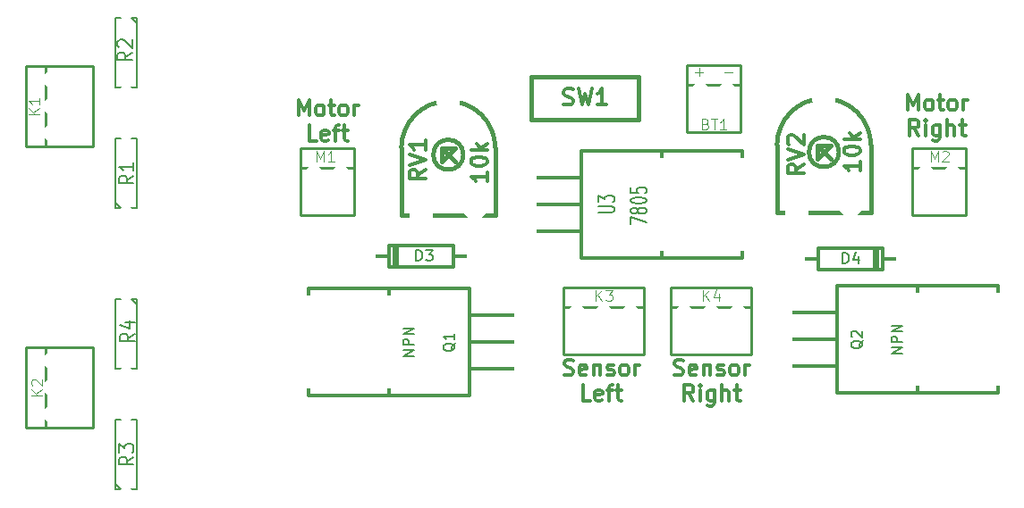
<source format=gto>
G04 (created by PCBNEW (2013-07-07 BZR 4022)-stable) date 1/3/2014 7:24:35 AM*
%MOIN*%
G04 Gerber Fmt 3.4, Leading zero omitted, Abs format*
%FSLAX34Y34*%
G01*
G70*
G90*
G04 APERTURE LIST*
%ADD10C,0.00590551*%
%ADD11C,0.011811*%
%ADD12C,0.012*%
%ADD13C,0.008*%
%ADD14C,0.015*%
%ADD15C,0.01*%
%ADD16C,0.0125*%
%ADD17C,0.0035*%
%ADD18R,0.07X0.07*%
%ADD19C,0.07*%
%ADD20R,0.35X0.35*%
%ADD21C,0.055*%
%ADD22C,0.0882*%
%ADD23R,0.0882X0.0882*%
%ADD24O,0.0593X0.1187*%
%ADD25O,0.1187X0.0593*%
%ADD26C,0.066*%
%ADD27R,0.06X0.06*%
%ADD28C,0.06*%
G04 APERTURE END LIST*
G54D10*
G54D11*
X16917Y-11839D02*
X16917Y-11248D01*
X17114Y-11670D01*
X17311Y-11248D01*
X17311Y-11839D01*
X17676Y-11839D02*
X17620Y-11810D01*
X17592Y-11782D01*
X17564Y-11726D01*
X17564Y-11557D01*
X17592Y-11501D01*
X17620Y-11473D01*
X17676Y-11445D01*
X17760Y-11445D01*
X17817Y-11473D01*
X17845Y-11501D01*
X17873Y-11557D01*
X17873Y-11726D01*
X17845Y-11782D01*
X17817Y-11810D01*
X17760Y-11839D01*
X17676Y-11839D01*
X18042Y-11445D02*
X18267Y-11445D01*
X18126Y-11248D02*
X18126Y-11754D01*
X18154Y-11810D01*
X18210Y-11839D01*
X18267Y-11839D01*
X18548Y-11839D02*
X18492Y-11810D01*
X18464Y-11782D01*
X18435Y-11726D01*
X18435Y-11557D01*
X18464Y-11501D01*
X18492Y-11473D01*
X18548Y-11445D01*
X18632Y-11445D01*
X18688Y-11473D01*
X18717Y-11501D01*
X18745Y-11557D01*
X18745Y-11726D01*
X18717Y-11782D01*
X18688Y-11810D01*
X18632Y-11839D01*
X18548Y-11839D01*
X18998Y-11839D02*
X18998Y-11445D01*
X18998Y-11557D02*
X19026Y-11501D01*
X19054Y-11473D01*
X19110Y-11445D01*
X19167Y-11445D01*
X17592Y-12783D02*
X17311Y-12783D01*
X17311Y-12193D01*
X18014Y-12755D02*
X17957Y-12783D01*
X17845Y-12783D01*
X17789Y-12755D01*
X17760Y-12699D01*
X17760Y-12474D01*
X17789Y-12418D01*
X17845Y-12390D01*
X17957Y-12390D01*
X18014Y-12418D01*
X18042Y-12474D01*
X18042Y-12530D01*
X17760Y-12587D01*
X18210Y-12390D02*
X18435Y-12390D01*
X18295Y-12783D02*
X18295Y-12277D01*
X18323Y-12221D01*
X18379Y-12193D01*
X18435Y-12193D01*
X18548Y-12390D02*
X18773Y-12390D01*
X18632Y-12193D02*
X18632Y-12699D01*
X18660Y-12755D01*
X18717Y-12783D01*
X18773Y-12783D01*
X26822Y-21510D02*
X26906Y-21539D01*
X27047Y-21539D01*
X27103Y-21510D01*
X27131Y-21482D01*
X27159Y-21426D01*
X27159Y-21370D01*
X27131Y-21314D01*
X27103Y-21285D01*
X27047Y-21257D01*
X26934Y-21229D01*
X26878Y-21201D01*
X26850Y-21173D01*
X26822Y-21117D01*
X26822Y-21060D01*
X26850Y-21004D01*
X26878Y-20976D01*
X26934Y-20948D01*
X27075Y-20948D01*
X27159Y-20976D01*
X27637Y-21510D02*
X27581Y-21539D01*
X27468Y-21539D01*
X27412Y-21510D01*
X27384Y-21454D01*
X27384Y-21229D01*
X27412Y-21173D01*
X27468Y-21145D01*
X27581Y-21145D01*
X27637Y-21173D01*
X27665Y-21229D01*
X27665Y-21285D01*
X27384Y-21342D01*
X27918Y-21145D02*
X27918Y-21539D01*
X27918Y-21201D02*
X27946Y-21173D01*
X28003Y-21145D01*
X28087Y-21145D01*
X28143Y-21173D01*
X28171Y-21229D01*
X28171Y-21539D01*
X28424Y-21510D02*
X28481Y-21539D01*
X28593Y-21539D01*
X28649Y-21510D01*
X28678Y-21454D01*
X28678Y-21426D01*
X28649Y-21370D01*
X28593Y-21342D01*
X28509Y-21342D01*
X28453Y-21314D01*
X28424Y-21257D01*
X28424Y-21229D01*
X28453Y-21173D01*
X28509Y-21145D01*
X28593Y-21145D01*
X28649Y-21173D01*
X29015Y-21539D02*
X28959Y-21510D01*
X28931Y-21482D01*
X28903Y-21426D01*
X28903Y-21257D01*
X28931Y-21201D01*
X28959Y-21173D01*
X29015Y-21145D01*
X29099Y-21145D01*
X29156Y-21173D01*
X29184Y-21201D01*
X29212Y-21257D01*
X29212Y-21426D01*
X29184Y-21482D01*
X29156Y-21510D01*
X29099Y-21539D01*
X29015Y-21539D01*
X29465Y-21539D02*
X29465Y-21145D01*
X29465Y-21257D02*
X29493Y-21201D01*
X29521Y-21173D01*
X29577Y-21145D01*
X29634Y-21145D01*
X27792Y-22483D02*
X27511Y-22483D01*
X27511Y-21893D01*
X28214Y-22455D02*
X28157Y-22483D01*
X28045Y-22483D01*
X27989Y-22455D01*
X27960Y-22399D01*
X27960Y-22174D01*
X27989Y-22118D01*
X28045Y-22090D01*
X28157Y-22090D01*
X28214Y-22118D01*
X28242Y-22174D01*
X28242Y-22230D01*
X27960Y-22287D01*
X28410Y-22090D02*
X28635Y-22090D01*
X28495Y-22483D02*
X28495Y-21977D01*
X28523Y-21921D01*
X28579Y-21893D01*
X28635Y-21893D01*
X28748Y-22090D02*
X28973Y-22090D01*
X28832Y-21893D02*
X28832Y-22399D01*
X28860Y-22455D01*
X28917Y-22483D01*
X28973Y-22483D01*
X30922Y-21510D02*
X31006Y-21539D01*
X31147Y-21539D01*
X31203Y-21510D01*
X31231Y-21482D01*
X31259Y-21426D01*
X31259Y-21370D01*
X31231Y-21314D01*
X31203Y-21285D01*
X31147Y-21257D01*
X31034Y-21229D01*
X30978Y-21201D01*
X30950Y-21173D01*
X30922Y-21117D01*
X30922Y-21060D01*
X30950Y-21004D01*
X30978Y-20976D01*
X31034Y-20948D01*
X31175Y-20948D01*
X31259Y-20976D01*
X31737Y-21510D02*
X31681Y-21539D01*
X31568Y-21539D01*
X31512Y-21510D01*
X31484Y-21454D01*
X31484Y-21229D01*
X31512Y-21173D01*
X31568Y-21145D01*
X31681Y-21145D01*
X31737Y-21173D01*
X31765Y-21229D01*
X31765Y-21285D01*
X31484Y-21342D01*
X32018Y-21145D02*
X32018Y-21539D01*
X32018Y-21201D02*
X32046Y-21173D01*
X32103Y-21145D01*
X32187Y-21145D01*
X32243Y-21173D01*
X32271Y-21229D01*
X32271Y-21539D01*
X32524Y-21510D02*
X32581Y-21539D01*
X32693Y-21539D01*
X32749Y-21510D01*
X32778Y-21454D01*
X32778Y-21426D01*
X32749Y-21370D01*
X32693Y-21342D01*
X32609Y-21342D01*
X32553Y-21314D01*
X32524Y-21257D01*
X32524Y-21229D01*
X32553Y-21173D01*
X32609Y-21145D01*
X32693Y-21145D01*
X32749Y-21173D01*
X33115Y-21539D02*
X33059Y-21510D01*
X33031Y-21482D01*
X33003Y-21426D01*
X33003Y-21257D01*
X33031Y-21201D01*
X33059Y-21173D01*
X33115Y-21145D01*
X33199Y-21145D01*
X33256Y-21173D01*
X33284Y-21201D01*
X33312Y-21257D01*
X33312Y-21426D01*
X33284Y-21482D01*
X33256Y-21510D01*
X33199Y-21539D01*
X33115Y-21539D01*
X33565Y-21539D02*
X33565Y-21145D01*
X33565Y-21257D02*
X33593Y-21201D01*
X33621Y-21173D01*
X33677Y-21145D01*
X33734Y-21145D01*
X31639Y-22483D02*
X31442Y-22202D01*
X31301Y-22483D02*
X31301Y-21893D01*
X31526Y-21893D01*
X31582Y-21921D01*
X31611Y-21949D01*
X31639Y-22005D01*
X31639Y-22090D01*
X31611Y-22146D01*
X31582Y-22174D01*
X31526Y-22202D01*
X31301Y-22202D01*
X31892Y-22483D02*
X31892Y-22090D01*
X31892Y-21893D02*
X31864Y-21921D01*
X31892Y-21949D01*
X31920Y-21921D01*
X31892Y-21893D01*
X31892Y-21949D01*
X32426Y-22090D02*
X32426Y-22568D01*
X32398Y-22624D01*
X32370Y-22652D01*
X32314Y-22680D01*
X32229Y-22680D01*
X32173Y-22652D01*
X32426Y-22455D02*
X32370Y-22483D01*
X32257Y-22483D01*
X32201Y-22455D01*
X32173Y-22427D01*
X32145Y-22371D01*
X32145Y-22202D01*
X32173Y-22146D01*
X32201Y-22118D01*
X32257Y-22090D01*
X32370Y-22090D01*
X32426Y-22118D01*
X32707Y-22483D02*
X32707Y-21893D01*
X32960Y-22483D02*
X32960Y-22174D01*
X32932Y-22118D01*
X32876Y-22090D01*
X32792Y-22090D01*
X32735Y-22118D01*
X32707Y-22146D01*
X33157Y-22090D02*
X33382Y-22090D01*
X33242Y-21893D02*
X33242Y-22399D01*
X33270Y-22455D01*
X33326Y-22483D01*
X33382Y-22483D01*
X39617Y-11639D02*
X39617Y-11048D01*
X39814Y-11470D01*
X40011Y-11048D01*
X40011Y-11639D01*
X40376Y-11639D02*
X40320Y-11610D01*
X40292Y-11582D01*
X40264Y-11526D01*
X40264Y-11357D01*
X40292Y-11301D01*
X40320Y-11273D01*
X40376Y-11245D01*
X40460Y-11245D01*
X40517Y-11273D01*
X40545Y-11301D01*
X40573Y-11357D01*
X40573Y-11526D01*
X40545Y-11582D01*
X40517Y-11610D01*
X40460Y-11639D01*
X40376Y-11639D01*
X40742Y-11245D02*
X40967Y-11245D01*
X40826Y-11048D02*
X40826Y-11554D01*
X40854Y-11610D01*
X40910Y-11639D01*
X40967Y-11639D01*
X41248Y-11639D02*
X41192Y-11610D01*
X41164Y-11582D01*
X41135Y-11526D01*
X41135Y-11357D01*
X41164Y-11301D01*
X41192Y-11273D01*
X41248Y-11245D01*
X41332Y-11245D01*
X41388Y-11273D01*
X41417Y-11301D01*
X41445Y-11357D01*
X41445Y-11526D01*
X41417Y-11582D01*
X41388Y-11610D01*
X41332Y-11639D01*
X41248Y-11639D01*
X41698Y-11639D02*
X41698Y-11245D01*
X41698Y-11357D02*
X41726Y-11301D01*
X41754Y-11273D01*
X41810Y-11245D01*
X41867Y-11245D01*
X40039Y-12583D02*
X39842Y-12302D01*
X39701Y-12583D02*
X39701Y-11993D01*
X39926Y-11993D01*
X39982Y-12021D01*
X40011Y-12049D01*
X40039Y-12105D01*
X40039Y-12190D01*
X40011Y-12246D01*
X39982Y-12274D01*
X39926Y-12302D01*
X39701Y-12302D01*
X40292Y-12583D02*
X40292Y-12190D01*
X40292Y-11993D02*
X40264Y-12021D01*
X40292Y-12049D01*
X40320Y-12021D01*
X40292Y-11993D01*
X40292Y-12049D01*
X40826Y-12190D02*
X40826Y-12668D01*
X40798Y-12724D01*
X40770Y-12752D01*
X40714Y-12780D01*
X40629Y-12780D01*
X40573Y-12752D01*
X40826Y-12555D02*
X40770Y-12583D01*
X40657Y-12583D01*
X40601Y-12555D01*
X40573Y-12527D01*
X40545Y-12471D01*
X40545Y-12302D01*
X40573Y-12246D01*
X40601Y-12218D01*
X40657Y-12190D01*
X40770Y-12190D01*
X40826Y-12218D01*
X41107Y-12583D02*
X41107Y-11993D01*
X41360Y-12583D02*
X41360Y-12274D01*
X41332Y-12218D01*
X41276Y-12190D01*
X41192Y-12190D01*
X41135Y-12218D01*
X41107Y-12246D01*
X41557Y-12190D02*
X41782Y-12190D01*
X41642Y-11993D02*
X41642Y-12499D01*
X41670Y-12555D01*
X41726Y-12583D01*
X41782Y-12583D01*
G54D12*
X35000Y-19200D02*
X37000Y-19200D01*
X35000Y-20200D02*
X37000Y-20200D01*
X35000Y-21200D02*
X37000Y-21200D01*
X37000Y-22200D02*
X43000Y-22200D01*
X43000Y-22200D02*
X43000Y-18200D01*
X43000Y-18200D02*
X37000Y-18200D01*
X37000Y-18200D02*
X37000Y-22200D01*
X40000Y-21700D02*
X40000Y-18200D01*
X40000Y-21700D02*
X40000Y-22200D01*
X25300Y-21300D02*
X23300Y-21300D01*
X25300Y-20300D02*
X23300Y-20300D01*
X25300Y-19300D02*
X23300Y-19300D01*
X23300Y-18300D02*
X17300Y-18300D01*
X17300Y-18300D02*
X17300Y-22300D01*
X17300Y-22300D02*
X23300Y-22300D01*
X23300Y-22300D02*
X23300Y-18300D01*
X20300Y-18800D02*
X20300Y-22300D01*
X20300Y-18800D02*
X20300Y-18300D01*
G54D13*
X10500Y-15500D02*
X10500Y-15300D01*
X10500Y-12500D02*
X10500Y-12700D01*
X10500Y-12700D02*
X10100Y-12700D01*
X10100Y-12700D02*
X10100Y-15300D01*
X10100Y-15300D02*
X10900Y-15300D01*
X10900Y-15300D02*
X10900Y-12700D01*
X10900Y-12700D02*
X10500Y-12700D01*
X10300Y-15300D02*
X10100Y-15100D01*
X10500Y-8000D02*
X10500Y-8200D01*
X10500Y-11000D02*
X10500Y-10800D01*
X10500Y-10800D02*
X10900Y-10800D01*
X10900Y-10800D02*
X10900Y-8200D01*
X10900Y-8200D02*
X10100Y-8200D01*
X10100Y-8200D02*
X10100Y-10800D01*
X10100Y-10800D02*
X10500Y-10800D01*
X10700Y-8200D02*
X10900Y-8400D01*
X10500Y-26000D02*
X10500Y-25800D01*
X10500Y-23000D02*
X10500Y-23200D01*
X10500Y-23200D02*
X10100Y-23200D01*
X10100Y-23200D02*
X10100Y-25800D01*
X10100Y-25800D02*
X10900Y-25800D01*
X10900Y-25800D02*
X10900Y-23200D01*
X10900Y-23200D02*
X10500Y-23200D01*
X10300Y-25800D02*
X10100Y-25600D01*
X10500Y-18500D02*
X10500Y-18700D01*
X10500Y-21500D02*
X10500Y-21300D01*
X10500Y-21300D02*
X10900Y-21300D01*
X10900Y-21300D02*
X10900Y-18700D01*
X10900Y-18700D02*
X10100Y-18700D01*
X10100Y-18700D02*
X10100Y-21300D01*
X10100Y-21300D02*
X10500Y-21300D01*
X10700Y-18700D02*
X10900Y-18900D01*
G54D14*
X38250Y-12950D02*
X38250Y-13450D01*
X34750Y-12950D02*
X34750Y-13200D01*
X34750Y-14950D02*
X34750Y-15450D01*
X34750Y-15450D02*
X38250Y-15450D01*
X38250Y-15450D02*
X38250Y-14950D01*
X36250Y-13450D02*
X36250Y-12950D01*
X36250Y-12950D02*
X36750Y-12950D01*
X36250Y-13450D02*
X36750Y-12950D01*
X34750Y-13450D02*
X34750Y-13200D01*
X36750Y-13450D02*
X36250Y-12950D01*
X37059Y-13200D02*
G75*
G03X37059Y-13200I-559J0D01*
G74*
G01*
X38250Y-14950D02*
X38250Y-13200D01*
X34750Y-14950D02*
X34750Y-13450D01*
X38250Y-12950D02*
G75*
G03X36500Y-11200I-1750J0D01*
G74*
G01*
X36500Y-11200D02*
G75*
G03X34750Y-12950I0J-1750D01*
G74*
G01*
X24250Y-13050D02*
X24250Y-13550D01*
X20750Y-13050D02*
X20750Y-13300D01*
X20750Y-15050D02*
X20750Y-15550D01*
X20750Y-15550D02*
X24250Y-15550D01*
X24250Y-15550D02*
X24250Y-15050D01*
X22250Y-13550D02*
X22250Y-13050D01*
X22250Y-13050D02*
X22750Y-13050D01*
X22250Y-13550D02*
X22750Y-13050D01*
X20750Y-13550D02*
X20750Y-13300D01*
X22750Y-13550D02*
X22250Y-13050D01*
X23059Y-13300D02*
G75*
G03X23059Y-13300I-559J0D01*
G74*
G01*
X24250Y-15050D02*
X24250Y-13300D01*
X20750Y-15050D02*
X20750Y-13550D01*
X24250Y-13050D02*
G75*
G03X22500Y-11300I-1750J0D01*
G74*
G01*
X22500Y-11300D02*
G75*
G03X20750Y-13050I0J-1750D01*
G74*
G01*
G54D15*
X30800Y-18250D02*
X30800Y-20750D01*
X33800Y-18250D02*
X33800Y-20750D01*
X33800Y-19000D02*
X30800Y-19000D01*
X30800Y-18250D02*
X33800Y-18250D01*
X33800Y-20750D02*
X30800Y-20750D01*
X26800Y-18250D02*
X26800Y-20750D01*
X29800Y-18250D02*
X29800Y-20750D01*
X29800Y-19000D02*
X26800Y-19000D01*
X26800Y-18250D02*
X29800Y-18250D01*
X29800Y-20750D02*
X26800Y-20750D01*
X6750Y-23500D02*
X9250Y-23500D01*
X6750Y-20500D02*
X9250Y-20500D01*
X7500Y-20500D02*
X7500Y-23500D01*
X6750Y-23500D02*
X6750Y-20500D01*
X9250Y-20500D02*
X9250Y-23500D01*
X6750Y-13000D02*
X9250Y-13000D01*
X6750Y-10000D02*
X9250Y-10000D01*
X7500Y-10000D02*
X7500Y-13000D01*
X6750Y-13000D02*
X6750Y-10000D01*
X9250Y-10000D02*
X9250Y-13000D01*
X19000Y-13800D02*
X17000Y-13800D01*
X19000Y-15550D02*
X17000Y-15550D01*
X17000Y-13050D02*
X19000Y-13050D01*
X17000Y-13050D02*
X17000Y-15550D01*
X19000Y-13050D02*
X19000Y-15550D01*
X41800Y-13800D02*
X39800Y-13800D01*
X41800Y-15550D02*
X39800Y-15550D01*
X39800Y-13050D02*
X41800Y-13050D01*
X39800Y-13050D02*
X39800Y-15550D01*
X41800Y-13050D02*
X41800Y-15550D01*
G54D12*
X25450Y-14150D02*
X27450Y-14150D01*
X25450Y-15150D02*
X27450Y-15150D01*
X25450Y-16150D02*
X27450Y-16150D01*
X27450Y-13650D02*
X27450Y-17150D01*
X27450Y-17150D02*
X33450Y-17150D01*
X33450Y-17150D02*
X33450Y-13150D01*
X27450Y-13650D02*
X27450Y-13150D01*
X30450Y-16650D02*
X30450Y-13150D01*
X30450Y-16650D02*
X30450Y-17150D01*
X27450Y-13150D02*
X33450Y-13150D01*
G54D16*
X23000Y-17100D02*
X23500Y-17100D01*
X20000Y-17100D02*
X19500Y-17100D01*
X20000Y-17100D02*
X20300Y-17100D01*
G54D12*
X20300Y-17100D02*
X20300Y-17500D01*
X20300Y-17500D02*
X22700Y-17500D01*
X22700Y-17500D02*
X22700Y-17100D01*
X22700Y-17100D02*
X23000Y-17100D01*
X22700Y-17100D02*
X22700Y-16700D01*
X22700Y-16700D02*
X20300Y-16700D01*
X20300Y-16700D02*
X20300Y-17100D01*
X20500Y-17500D02*
X20500Y-16700D01*
X20600Y-16700D02*
X20600Y-17500D01*
G54D16*
X36000Y-17200D02*
X35500Y-17200D01*
X39000Y-17200D02*
X39500Y-17200D01*
X39000Y-17200D02*
X38700Y-17200D01*
G54D12*
X38700Y-17200D02*
X38700Y-16800D01*
X38700Y-16800D02*
X36300Y-16800D01*
X36300Y-16800D02*
X36300Y-17200D01*
X36300Y-17200D02*
X36000Y-17200D01*
X36300Y-17200D02*
X36300Y-17600D01*
X36300Y-17600D02*
X38700Y-17600D01*
X38700Y-17600D02*
X38700Y-17200D01*
X38500Y-16800D02*
X38500Y-17600D01*
X38400Y-17600D02*
X38400Y-16800D01*
G54D14*
X25600Y-12000D02*
X29600Y-12000D01*
X29600Y-12000D02*
X29600Y-10400D01*
X25600Y-12000D02*
X25600Y-10400D01*
X25600Y-10400D02*
X29600Y-10400D01*
G54D15*
X33400Y-10700D02*
X31400Y-10700D01*
X33400Y-12450D02*
X31400Y-12450D01*
X31400Y-9950D02*
X33400Y-9950D01*
X31400Y-9950D02*
X31400Y-12450D01*
X33400Y-9950D02*
X33400Y-12450D01*
G54D13*
X37950Y-20238D02*
X37930Y-20276D01*
X37892Y-20314D01*
X37835Y-20371D01*
X37816Y-20409D01*
X37816Y-20447D01*
X37911Y-20428D02*
X37892Y-20466D01*
X37854Y-20504D01*
X37778Y-20523D01*
X37645Y-20523D01*
X37569Y-20504D01*
X37530Y-20466D01*
X37511Y-20428D01*
X37511Y-20352D01*
X37530Y-20314D01*
X37569Y-20276D01*
X37645Y-20257D01*
X37778Y-20257D01*
X37854Y-20276D01*
X37892Y-20314D01*
X37911Y-20352D01*
X37911Y-20428D01*
X37550Y-20104D02*
X37530Y-20085D01*
X37511Y-20047D01*
X37511Y-19952D01*
X37530Y-19914D01*
X37550Y-19895D01*
X37588Y-19876D01*
X37626Y-19876D01*
X37683Y-19895D01*
X37911Y-20123D01*
X37911Y-19876D01*
X39411Y-20723D02*
X39011Y-20723D01*
X39411Y-20495D01*
X39011Y-20495D01*
X39411Y-20304D02*
X39011Y-20304D01*
X39011Y-20152D01*
X39030Y-20114D01*
X39050Y-20095D01*
X39088Y-20076D01*
X39145Y-20076D01*
X39183Y-20095D01*
X39202Y-20114D01*
X39221Y-20152D01*
X39221Y-20304D01*
X39411Y-19904D02*
X39011Y-19904D01*
X39411Y-19676D01*
X39011Y-19676D01*
X22750Y-20338D02*
X22730Y-20376D01*
X22692Y-20414D01*
X22635Y-20471D01*
X22616Y-20509D01*
X22616Y-20547D01*
X22711Y-20528D02*
X22692Y-20566D01*
X22654Y-20604D01*
X22578Y-20623D01*
X22445Y-20623D01*
X22369Y-20604D01*
X22330Y-20566D01*
X22311Y-20528D01*
X22311Y-20452D01*
X22330Y-20414D01*
X22369Y-20376D01*
X22445Y-20357D01*
X22578Y-20357D01*
X22654Y-20376D01*
X22692Y-20414D01*
X22711Y-20452D01*
X22711Y-20528D01*
X22711Y-19976D02*
X22711Y-20204D01*
X22711Y-20090D02*
X22311Y-20090D01*
X22369Y-20128D01*
X22407Y-20166D01*
X22426Y-20204D01*
X21211Y-20823D02*
X20811Y-20823D01*
X21211Y-20595D01*
X20811Y-20595D01*
X21211Y-20404D02*
X20811Y-20404D01*
X20811Y-20252D01*
X20830Y-20214D01*
X20850Y-20195D01*
X20888Y-20176D01*
X20945Y-20176D01*
X20983Y-20195D01*
X21002Y-20214D01*
X21021Y-20252D01*
X21021Y-20404D01*
X21211Y-20004D02*
X20811Y-20004D01*
X21211Y-19776D01*
X20811Y-19776D01*
X10772Y-14083D02*
X10510Y-14250D01*
X10772Y-14369D02*
X10222Y-14369D01*
X10222Y-14178D01*
X10248Y-14130D01*
X10275Y-14107D01*
X10327Y-14083D01*
X10405Y-14083D01*
X10458Y-14107D01*
X10484Y-14130D01*
X10510Y-14178D01*
X10510Y-14369D01*
X10772Y-13607D02*
X10772Y-13892D01*
X10772Y-13750D02*
X10222Y-13750D01*
X10301Y-13797D01*
X10353Y-13845D01*
X10379Y-13892D01*
X10722Y-9483D02*
X10460Y-9650D01*
X10722Y-9769D02*
X10172Y-9769D01*
X10172Y-9578D01*
X10198Y-9530D01*
X10225Y-9507D01*
X10277Y-9483D01*
X10355Y-9483D01*
X10408Y-9507D01*
X10434Y-9530D01*
X10460Y-9578D01*
X10460Y-9769D01*
X10225Y-9292D02*
X10198Y-9269D01*
X10172Y-9221D01*
X10172Y-9102D01*
X10198Y-9054D01*
X10225Y-9030D01*
X10277Y-9007D01*
X10329Y-9007D01*
X10408Y-9030D01*
X10722Y-9316D01*
X10722Y-9007D01*
X10772Y-24583D02*
X10510Y-24750D01*
X10772Y-24869D02*
X10222Y-24869D01*
X10222Y-24678D01*
X10248Y-24630D01*
X10275Y-24607D01*
X10327Y-24583D01*
X10405Y-24583D01*
X10458Y-24607D01*
X10484Y-24630D01*
X10510Y-24678D01*
X10510Y-24869D01*
X10222Y-24416D02*
X10222Y-24107D01*
X10432Y-24273D01*
X10432Y-24202D01*
X10458Y-24154D01*
X10484Y-24130D01*
X10536Y-24107D01*
X10667Y-24107D01*
X10720Y-24130D01*
X10746Y-24154D01*
X10772Y-24202D01*
X10772Y-24345D01*
X10746Y-24392D01*
X10720Y-24416D01*
X10822Y-19983D02*
X10560Y-20150D01*
X10822Y-20269D02*
X10272Y-20269D01*
X10272Y-20078D01*
X10298Y-20030D01*
X10325Y-20007D01*
X10377Y-19983D01*
X10455Y-19983D01*
X10508Y-20007D01*
X10534Y-20030D01*
X10560Y-20078D01*
X10560Y-20269D01*
X10455Y-19554D02*
X10822Y-19554D01*
X10246Y-19673D02*
X10639Y-19792D01*
X10639Y-19483D01*
G54D12*
X35742Y-13657D02*
X35457Y-13857D01*
X35742Y-14000D02*
X35142Y-14000D01*
X35142Y-13771D01*
X35171Y-13714D01*
X35200Y-13685D01*
X35257Y-13657D01*
X35342Y-13657D01*
X35400Y-13685D01*
X35428Y-13714D01*
X35457Y-13771D01*
X35457Y-14000D01*
X35142Y-13485D02*
X35742Y-13285D01*
X35142Y-13085D01*
X35200Y-12914D02*
X35171Y-12885D01*
X35142Y-12828D01*
X35142Y-12685D01*
X35171Y-12628D01*
X35200Y-12600D01*
X35257Y-12571D01*
X35314Y-12571D01*
X35400Y-12600D01*
X35742Y-12942D01*
X35742Y-12571D01*
X37842Y-13557D02*
X37842Y-13900D01*
X37842Y-13728D02*
X37242Y-13728D01*
X37328Y-13785D01*
X37385Y-13842D01*
X37414Y-13900D01*
X37242Y-13185D02*
X37242Y-13128D01*
X37271Y-13071D01*
X37300Y-13042D01*
X37357Y-13014D01*
X37471Y-12985D01*
X37614Y-12985D01*
X37728Y-13014D01*
X37785Y-13042D01*
X37814Y-13071D01*
X37842Y-13128D01*
X37842Y-13185D01*
X37814Y-13242D01*
X37785Y-13271D01*
X37728Y-13300D01*
X37614Y-13328D01*
X37471Y-13328D01*
X37357Y-13300D01*
X37300Y-13271D01*
X37271Y-13242D01*
X37242Y-13185D01*
X37842Y-12728D02*
X37242Y-12728D01*
X37614Y-12671D02*
X37842Y-12499D01*
X37442Y-12499D02*
X37671Y-12728D01*
X21642Y-13857D02*
X21357Y-14057D01*
X21642Y-14200D02*
X21042Y-14200D01*
X21042Y-13971D01*
X21071Y-13914D01*
X21100Y-13885D01*
X21157Y-13857D01*
X21242Y-13857D01*
X21300Y-13885D01*
X21328Y-13914D01*
X21357Y-13971D01*
X21357Y-14200D01*
X21042Y-13685D02*
X21642Y-13485D01*
X21042Y-13285D01*
X21642Y-12771D02*
X21642Y-13114D01*
X21642Y-12942D02*
X21042Y-12942D01*
X21128Y-13000D01*
X21185Y-13057D01*
X21214Y-13114D01*
X23942Y-13957D02*
X23942Y-14300D01*
X23942Y-14128D02*
X23342Y-14128D01*
X23428Y-14185D01*
X23485Y-14242D01*
X23514Y-14300D01*
X23342Y-13585D02*
X23342Y-13528D01*
X23371Y-13471D01*
X23400Y-13442D01*
X23457Y-13414D01*
X23571Y-13385D01*
X23714Y-13385D01*
X23828Y-13414D01*
X23885Y-13442D01*
X23914Y-13471D01*
X23942Y-13528D01*
X23942Y-13585D01*
X23914Y-13642D01*
X23885Y-13671D01*
X23828Y-13700D01*
X23714Y-13728D01*
X23571Y-13728D01*
X23457Y-13700D01*
X23400Y-13671D01*
X23371Y-13642D01*
X23342Y-13585D01*
X23942Y-13128D02*
X23342Y-13128D01*
X23714Y-13071D02*
X23942Y-12899D01*
X23542Y-12899D02*
X23771Y-13128D01*
G54D17*
X32004Y-18761D02*
X32004Y-18361D01*
X32233Y-18761D02*
X32061Y-18533D01*
X32233Y-18361D02*
X32004Y-18590D01*
X32576Y-18495D02*
X32576Y-18761D01*
X32480Y-18342D02*
X32385Y-18628D01*
X32633Y-18628D01*
X28004Y-18761D02*
X28004Y-18361D01*
X28233Y-18761D02*
X28061Y-18533D01*
X28233Y-18361D02*
X28004Y-18590D01*
X28366Y-18361D02*
X28614Y-18361D01*
X28480Y-18514D01*
X28538Y-18514D01*
X28576Y-18533D01*
X28595Y-18552D01*
X28614Y-18590D01*
X28614Y-18685D01*
X28595Y-18723D01*
X28576Y-18742D01*
X28538Y-18761D01*
X28423Y-18761D01*
X28385Y-18742D01*
X28366Y-18723D01*
X7361Y-22295D02*
X6961Y-22295D01*
X7361Y-22066D02*
X7133Y-22238D01*
X6961Y-22066D02*
X7190Y-22295D01*
X7000Y-21914D02*
X6980Y-21895D01*
X6961Y-21857D01*
X6961Y-21761D01*
X6980Y-21723D01*
X7000Y-21704D01*
X7038Y-21685D01*
X7076Y-21685D01*
X7133Y-21704D01*
X7361Y-21933D01*
X7361Y-21685D01*
X7261Y-11795D02*
X6861Y-11795D01*
X7261Y-11566D02*
X7033Y-11738D01*
X6861Y-11566D02*
X7090Y-11795D01*
X7261Y-11185D02*
X7261Y-11414D01*
X7261Y-11299D02*
X6861Y-11299D01*
X6919Y-11338D01*
X6957Y-11376D01*
X6976Y-11414D01*
X17576Y-13561D02*
X17576Y-13161D01*
X17709Y-13447D01*
X17842Y-13161D01*
X17842Y-13561D01*
X18242Y-13561D02*
X18014Y-13561D01*
X18128Y-13561D02*
X18128Y-13161D01*
X18090Y-13219D01*
X18052Y-13257D01*
X18014Y-13276D01*
X40476Y-13561D02*
X40476Y-13161D01*
X40609Y-13447D01*
X40742Y-13161D01*
X40742Y-13561D01*
X40914Y-13200D02*
X40933Y-13180D01*
X40971Y-13161D01*
X41066Y-13161D01*
X41104Y-13180D01*
X41123Y-13200D01*
X41142Y-13238D01*
X41142Y-13276D01*
X41123Y-13333D01*
X40895Y-13561D01*
X41142Y-13561D01*
G54D13*
X28092Y-15454D02*
X28578Y-15454D01*
X28635Y-15435D01*
X28664Y-15416D01*
X28692Y-15378D01*
X28692Y-15302D01*
X28664Y-15264D01*
X28635Y-15245D01*
X28578Y-15226D01*
X28092Y-15226D01*
X28092Y-15073D02*
X28092Y-14826D01*
X28321Y-14959D01*
X28321Y-14902D01*
X28350Y-14864D01*
X28378Y-14845D01*
X28435Y-14826D01*
X28578Y-14826D01*
X28635Y-14845D01*
X28664Y-14864D01*
X28692Y-14902D01*
X28692Y-15016D01*
X28664Y-15054D01*
X28635Y-15073D01*
X29292Y-15904D02*
X29292Y-15638D01*
X29892Y-15809D01*
X29550Y-15428D02*
X29521Y-15466D01*
X29492Y-15485D01*
X29435Y-15504D01*
X29407Y-15504D01*
X29350Y-15485D01*
X29321Y-15466D01*
X29292Y-15428D01*
X29292Y-15352D01*
X29321Y-15314D01*
X29350Y-15295D01*
X29407Y-15276D01*
X29435Y-15276D01*
X29492Y-15295D01*
X29521Y-15314D01*
X29550Y-15352D01*
X29550Y-15428D01*
X29578Y-15466D01*
X29607Y-15485D01*
X29664Y-15504D01*
X29778Y-15504D01*
X29835Y-15485D01*
X29864Y-15466D01*
X29892Y-15428D01*
X29892Y-15352D01*
X29864Y-15314D01*
X29835Y-15295D01*
X29778Y-15276D01*
X29664Y-15276D01*
X29607Y-15295D01*
X29578Y-15314D01*
X29550Y-15352D01*
X29292Y-15028D02*
X29292Y-14990D01*
X29321Y-14952D01*
X29350Y-14933D01*
X29407Y-14914D01*
X29521Y-14895D01*
X29664Y-14895D01*
X29778Y-14914D01*
X29835Y-14933D01*
X29864Y-14952D01*
X29892Y-14990D01*
X29892Y-15028D01*
X29864Y-15066D01*
X29835Y-15085D01*
X29778Y-15104D01*
X29664Y-15123D01*
X29521Y-15123D01*
X29407Y-15104D01*
X29350Y-15085D01*
X29321Y-15066D01*
X29292Y-15028D01*
X29292Y-14533D02*
X29292Y-14723D01*
X29578Y-14742D01*
X29550Y-14723D01*
X29521Y-14685D01*
X29521Y-14590D01*
X29550Y-14552D01*
X29578Y-14533D01*
X29635Y-14514D01*
X29778Y-14514D01*
X29835Y-14533D01*
X29864Y-14552D01*
X29892Y-14590D01*
X29892Y-14685D01*
X29864Y-14723D01*
X29835Y-14742D01*
X21304Y-17261D02*
X21304Y-16861D01*
X21400Y-16861D01*
X21457Y-16880D01*
X21495Y-16919D01*
X21514Y-16957D01*
X21533Y-17033D01*
X21533Y-17090D01*
X21514Y-17166D01*
X21495Y-17204D01*
X21457Y-17242D01*
X21400Y-17261D01*
X21304Y-17261D01*
X21666Y-16861D02*
X21914Y-16861D01*
X21780Y-17014D01*
X21838Y-17014D01*
X21876Y-17033D01*
X21895Y-17052D01*
X21914Y-17090D01*
X21914Y-17185D01*
X21895Y-17223D01*
X21876Y-17242D01*
X21838Y-17261D01*
X21723Y-17261D01*
X21685Y-17242D01*
X21666Y-17223D01*
X37204Y-17361D02*
X37204Y-16961D01*
X37300Y-16961D01*
X37357Y-16980D01*
X37395Y-17019D01*
X37414Y-17057D01*
X37433Y-17133D01*
X37433Y-17190D01*
X37414Y-17266D01*
X37395Y-17304D01*
X37357Y-17342D01*
X37300Y-17361D01*
X37204Y-17361D01*
X37776Y-17095D02*
X37776Y-17361D01*
X37680Y-16942D02*
X37585Y-17228D01*
X37833Y-17228D01*
G54D12*
X26800Y-11414D02*
X26885Y-11442D01*
X27028Y-11442D01*
X27085Y-11414D01*
X27114Y-11385D01*
X27142Y-11328D01*
X27142Y-11271D01*
X27114Y-11214D01*
X27085Y-11185D01*
X27028Y-11157D01*
X26914Y-11128D01*
X26857Y-11100D01*
X26828Y-11071D01*
X26800Y-11014D01*
X26800Y-10957D01*
X26828Y-10900D01*
X26857Y-10871D01*
X26914Y-10842D01*
X27057Y-10842D01*
X27142Y-10871D01*
X27342Y-10842D02*
X27485Y-11442D01*
X27600Y-11014D01*
X27714Y-11442D01*
X27857Y-10842D01*
X28400Y-11442D02*
X28057Y-11442D01*
X28228Y-11442D02*
X28228Y-10842D01*
X28171Y-10928D01*
X28114Y-10985D01*
X28057Y-11014D01*
G54D17*
X32085Y-12152D02*
X32142Y-12171D01*
X32161Y-12190D01*
X32180Y-12228D01*
X32180Y-12285D01*
X32161Y-12323D01*
X32142Y-12342D01*
X32104Y-12361D01*
X31952Y-12361D01*
X31952Y-11961D01*
X32085Y-11961D01*
X32123Y-11980D01*
X32142Y-12000D01*
X32161Y-12038D01*
X32161Y-12076D01*
X32142Y-12114D01*
X32123Y-12133D01*
X32085Y-12152D01*
X31952Y-12152D01*
X32295Y-11961D02*
X32523Y-11961D01*
X32409Y-12361D02*
X32409Y-11961D01*
X32866Y-12361D02*
X32638Y-12361D01*
X32752Y-12361D02*
X32752Y-11961D01*
X32714Y-12019D01*
X32676Y-12057D01*
X32638Y-12076D01*
X31695Y-10209D02*
X32000Y-10209D01*
X31847Y-10361D02*
X31847Y-10057D01*
X32800Y-10209D02*
X33104Y-10209D01*
%LPC*%
G54D18*
X35000Y-21200D03*
G54D19*
X35000Y-19200D03*
X35000Y-20200D03*
G54D20*
X41500Y-20200D03*
G54D18*
X25300Y-19300D03*
G54D19*
X25300Y-21300D03*
X25300Y-20300D03*
G54D20*
X18800Y-20300D03*
G54D21*
X10500Y-15500D03*
X10500Y-12500D03*
X10500Y-8000D03*
X10500Y-11000D03*
X10500Y-26000D03*
X10500Y-23000D03*
X10500Y-18500D03*
X10500Y-21500D03*
G54D22*
X36500Y-11200D03*
G54D23*
X35500Y-15200D03*
G54D22*
X37500Y-15200D03*
X22500Y-11300D03*
G54D23*
X21500Y-15300D03*
G54D22*
X23500Y-15300D03*
G54D24*
X31300Y-19500D03*
X32300Y-19500D03*
X33300Y-19500D03*
X27300Y-19500D03*
X28300Y-19500D03*
X29300Y-19500D03*
G54D25*
X8000Y-23000D03*
X8000Y-22000D03*
X8000Y-21000D03*
X8000Y-12500D03*
X8000Y-11500D03*
X8000Y-10500D03*
G54D24*
X17500Y-14300D03*
X18500Y-14300D03*
X40300Y-14300D03*
X41300Y-14300D03*
G54D20*
X31950Y-15150D03*
G54D19*
X25450Y-14150D03*
G54D18*
X25450Y-15150D03*
G54D19*
X25450Y-16150D03*
G54D26*
X13000Y-24000D03*
X12000Y-24000D03*
X13000Y-10000D03*
X12000Y-10000D03*
X13000Y-20500D03*
X12000Y-20500D03*
X13000Y-13500D03*
X12000Y-13500D03*
G54D27*
X19500Y-17100D03*
G54D28*
X23500Y-17100D03*
G54D27*
X39500Y-17200D03*
G54D28*
X35500Y-17200D03*
G54D19*
X29100Y-11200D03*
X26100Y-11200D03*
G54D24*
X31900Y-11200D03*
X32900Y-11200D03*
M02*

</source>
